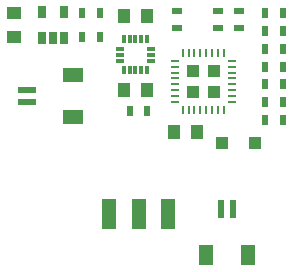
<source format=gbr>
G04 #@! TF.FileFunction,Paste,Top*
%FSLAX46Y46*%
G04 Gerber Fmt 4.6, Leading zero omitted, Abs format (unit mm)*
G04 Created by KiCad (PCBNEW 4.0.7) date 05/31/20 21:03:22*
%MOMM*%
%LPD*%
G01*
G04 APERTURE LIST*
%ADD10C,0.100000*%
%ADD11R,0.350000X0.650000*%
%ADD12R,0.650000X0.350000*%
%ADD13R,1.000000X1.250000*%
%ADD14R,0.250000X0.700000*%
%ADD15R,0.700000X0.250000*%
%ADD16R,1.035000X1.035000*%
%ADD17R,1.200000X2.500000*%
%ADD18R,0.500000X0.900000*%
%ADD19R,0.900000X0.500000*%
%ADD20R,1.250000X1.000000*%
%ADD21R,0.650000X1.060000*%
%ADD22R,1.550000X0.600000*%
%ADD23R,1.800000X1.200000*%
%ADD24R,1.100000X1.100000*%
%ADD25R,0.600000X1.550000*%
%ADD26R,1.200000X1.800000*%
G04 APERTURE END LIST*
D10*
D11*
X133250000Y-148325000D03*
X133250000Y-145675000D03*
X132750000Y-148325000D03*
X132750000Y-145675000D03*
X132250000Y-148325000D03*
X132250000Y-145675000D03*
X134250000Y-145675000D03*
X133750000Y-145675000D03*
D12*
X134575000Y-147000000D03*
D11*
X133750000Y-148325000D03*
X134250000Y-148325000D03*
D12*
X134575000Y-146500000D03*
X134575000Y-147500000D03*
X131925000Y-147000000D03*
X131925000Y-146500000D03*
X131925000Y-147500000D03*
D13*
X132250000Y-150000000D03*
X134250000Y-150000000D03*
D14*
X137250000Y-151650000D03*
X137750000Y-151650000D03*
X138250000Y-151650000D03*
X138750000Y-151650000D03*
X139250000Y-151650000D03*
X139750000Y-151650000D03*
X140250000Y-151650000D03*
X140750000Y-151650000D03*
D15*
X141400000Y-151000000D03*
X141400000Y-150500000D03*
X141400000Y-150000000D03*
X141400000Y-149500000D03*
X141400000Y-149000000D03*
X141400000Y-148500000D03*
X141400000Y-148000000D03*
X141400000Y-147500000D03*
D14*
X140750000Y-146850000D03*
X140250000Y-146850000D03*
X139750000Y-146850000D03*
X139250000Y-146850000D03*
X138750000Y-146850000D03*
X138250000Y-146850000D03*
X137750000Y-146850000D03*
X137250000Y-146850000D03*
D15*
X136600000Y-147500000D03*
X136600000Y-148000000D03*
X136600000Y-148500000D03*
X136600000Y-149000000D03*
X136600000Y-149500000D03*
X136600000Y-150000000D03*
X136600000Y-150500000D03*
X136600000Y-151000000D03*
D16*
X139862500Y-148387500D03*
X138137500Y-148387500D03*
X139862500Y-150112500D03*
X138137500Y-150112500D03*
D17*
X131000000Y-160500000D03*
X133540000Y-160500000D03*
X136000000Y-160500000D03*
D13*
X132250000Y-143750000D03*
X134250000Y-143750000D03*
X138500000Y-153500000D03*
X136500000Y-153500000D03*
D18*
X144250000Y-143500000D03*
X145750000Y-143500000D03*
X128750000Y-143500000D03*
X130250000Y-143500000D03*
D19*
X136750000Y-143250000D03*
X136750000Y-144750000D03*
D18*
X132750000Y-151750000D03*
X134250000Y-151750000D03*
X144250000Y-145000000D03*
X145750000Y-145000000D03*
X144250000Y-148000000D03*
X145750000Y-148000000D03*
X144250000Y-151000000D03*
X145750000Y-151000000D03*
X144250000Y-146500000D03*
X145750000Y-146500000D03*
D19*
X140250000Y-144750000D03*
X140250000Y-143250000D03*
X142000000Y-144750000D03*
X142000000Y-143250000D03*
D18*
X144250000Y-152500000D03*
X145750000Y-152500000D03*
X144250000Y-149500000D03*
X145750000Y-149500000D03*
D20*
X123000000Y-143500000D03*
X123000000Y-145500000D03*
D21*
X125300000Y-145600000D03*
X126250000Y-145600000D03*
X127200000Y-145600000D03*
X127200000Y-143400000D03*
X125300000Y-143400000D03*
D18*
X130250000Y-145500000D03*
X128750000Y-145500000D03*
D22*
X124062500Y-151000000D03*
X124062500Y-150000000D03*
D23*
X127937500Y-152300000D03*
X127937500Y-148700000D03*
D24*
X140600000Y-154500000D03*
X143400000Y-154500000D03*
D25*
X140500000Y-160062500D03*
X141500000Y-160062500D03*
D26*
X139200000Y-163937500D03*
X142800000Y-163937500D03*
M02*

</source>
